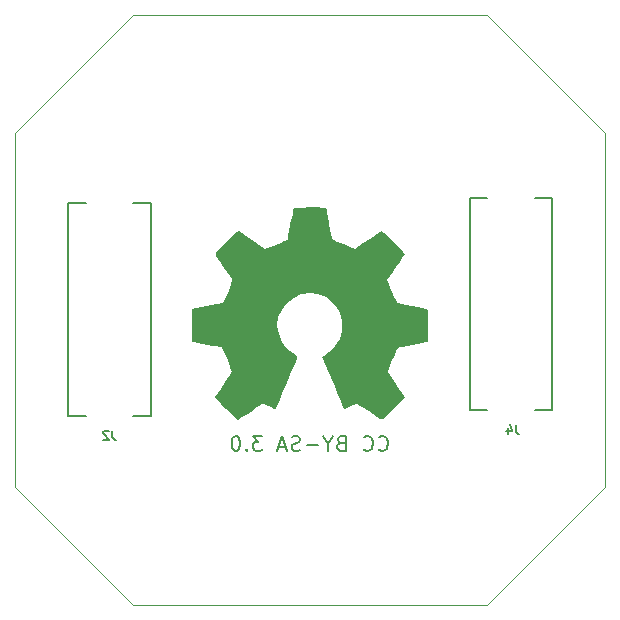
<source format=gbo>
G04 (created by PCBNEW (2013-09-06 BZR 4312)-stable) date L 14 sept  2013 17:28:59 EEST*
%MOIN*%
G04 Gerber Fmt 3.4, Leading zero omitted, Abs format*
%FSLAX34Y34*%
G01*
G70*
G90*
G04 APERTURE LIST*
%ADD10C,0.000787*%
%ADD11C,0.005000*%
%ADD12C,0.001000*%
%ADD13C,0.005906*%
%ADD14C,0.000100*%
G04 APERTURE END LIST*
G54D10*
G54D11*
X51497Y-49928D02*
X51521Y-49952D01*
X51592Y-49976D01*
X51640Y-49976D01*
X51711Y-49952D01*
X51759Y-49904D01*
X51783Y-49857D01*
X51807Y-49761D01*
X51807Y-49690D01*
X51783Y-49595D01*
X51759Y-49547D01*
X51711Y-49500D01*
X51640Y-49476D01*
X51592Y-49476D01*
X51521Y-49500D01*
X51497Y-49523D01*
X50997Y-49928D02*
X51021Y-49952D01*
X51092Y-49976D01*
X51140Y-49976D01*
X51211Y-49952D01*
X51259Y-49904D01*
X51283Y-49857D01*
X51307Y-49761D01*
X51307Y-49690D01*
X51283Y-49595D01*
X51259Y-49547D01*
X51211Y-49500D01*
X51140Y-49476D01*
X51092Y-49476D01*
X51021Y-49500D01*
X50997Y-49523D01*
X50235Y-49714D02*
X50164Y-49738D01*
X50140Y-49761D01*
X50116Y-49809D01*
X50116Y-49880D01*
X50140Y-49928D01*
X50164Y-49952D01*
X50211Y-49976D01*
X50402Y-49976D01*
X50402Y-49476D01*
X50235Y-49476D01*
X50188Y-49500D01*
X50164Y-49523D01*
X50140Y-49571D01*
X50140Y-49619D01*
X50164Y-49666D01*
X50188Y-49690D01*
X50235Y-49714D01*
X50402Y-49714D01*
X49807Y-49738D02*
X49807Y-49976D01*
X49973Y-49476D02*
X49807Y-49738D01*
X49640Y-49476D01*
X49473Y-49785D02*
X49092Y-49785D01*
X48878Y-49952D02*
X48807Y-49976D01*
X48688Y-49976D01*
X48640Y-49952D01*
X48616Y-49928D01*
X48592Y-49880D01*
X48592Y-49833D01*
X48616Y-49785D01*
X48640Y-49761D01*
X48688Y-49738D01*
X48783Y-49714D01*
X48830Y-49690D01*
X48854Y-49666D01*
X48878Y-49619D01*
X48878Y-49571D01*
X48854Y-49523D01*
X48830Y-49500D01*
X48783Y-49476D01*
X48664Y-49476D01*
X48592Y-49500D01*
X48402Y-49833D02*
X48164Y-49833D01*
X48450Y-49976D02*
X48283Y-49476D01*
X48116Y-49976D01*
X47616Y-49476D02*
X47307Y-49476D01*
X47473Y-49666D01*
X47402Y-49666D01*
X47354Y-49690D01*
X47330Y-49714D01*
X47307Y-49761D01*
X47307Y-49880D01*
X47330Y-49928D01*
X47354Y-49952D01*
X47402Y-49976D01*
X47545Y-49976D01*
X47592Y-49952D01*
X47616Y-49928D01*
X47092Y-49928D02*
X47069Y-49952D01*
X47092Y-49976D01*
X47116Y-49952D01*
X47092Y-49928D01*
X47092Y-49976D01*
X46759Y-49476D02*
X46711Y-49476D01*
X46664Y-49500D01*
X46640Y-49523D01*
X46616Y-49571D01*
X46592Y-49666D01*
X46592Y-49785D01*
X46616Y-49880D01*
X46640Y-49928D01*
X46664Y-49952D01*
X46711Y-49976D01*
X46759Y-49976D01*
X46807Y-49952D01*
X46830Y-49928D01*
X46854Y-49880D01*
X46878Y-49785D01*
X46878Y-49666D01*
X46854Y-49571D01*
X46830Y-49523D01*
X46807Y-49500D01*
X46759Y-49476D01*
G54D12*
X55118Y-55118D02*
X43307Y-55118D01*
X59055Y-51181D02*
X55118Y-55118D01*
X59055Y-39370D02*
X59055Y-51181D01*
X55118Y-35433D02*
X59055Y-39370D01*
X43307Y-35433D02*
X55118Y-35433D01*
X39370Y-39370D02*
X43307Y-35433D01*
X39370Y-51181D02*
X39370Y-39370D01*
X43307Y-55118D02*
X39370Y-51181D01*
G54D13*
X41535Y-48818D02*
X41732Y-48818D01*
X41535Y-48818D02*
X41141Y-48818D01*
X41141Y-48818D02*
X41141Y-41732D01*
X41141Y-41732D02*
X41732Y-41732D01*
X43307Y-48818D02*
X43897Y-48818D01*
X43897Y-48818D02*
X43897Y-41732D01*
X43897Y-41732D02*
X43307Y-41732D01*
X56889Y-41535D02*
X56692Y-41535D01*
X56889Y-41535D02*
X57283Y-41535D01*
X57283Y-41535D02*
X57283Y-48622D01*
X57283Y-48622D02*
X56692Y-48622D01*
X55118Y-41535D02*
X54527Y-41535D01*
X54527Y-41535D02*
X54527Y-48622D01*
X54527Y-48622D02*
X55118Y-48622D01*
G54D14*
G36*
X46813Y-48937D02*
X46854Y-48915D01*
X46947Y-48857D01*
X47078Y-48771D01*
X47233Y-48667D01*
X47389Y-48562D01*
X47518Y-48476D01*
X47607Y-48418D01*
X47645Y-48397D01*
X47665Y-48404D01*
X47739Y-48440D01*
X47847Y-48496D01*
X47909Y-48529D01*
X48008Y-48571D01*
X48057Y-48580D01*
X48065Y-48566D01*
X48101Y-48491D01*
X48158Y-48362D01*
X48232Y-48191D01*
X48317Y-47991D01*
X48408Y-47776D01*
X48500Y-47556D01*
X48587Y-47346D01*
X48664Y-47158D01*
X48726Y-47005D01*
X48766Y-46898D01*
X48781Y-46852D01*
X48777Y-46843D01*
X48727Y-46795D01*
X48641Y-46730D01*
X48455Y-46579D01*
X48271Y-46349D01*
X48159Y-46088D01*
X48122Y-45799D01*
X48154Y-45530D01*
X48259Y-45271D01*
X48439Y-45039D01*
X48657Y-44866D01*
X48913Y-44757D01*
X49199Y-44722D01*
X49475Y-44753D01*
X49739Y-44857D01*
X49971Y-45034D01*
X50068Y-45147D01*
X50204Y-45382D01*
X50281Y-45635D01*
X50289Y-45699D01*
X50278Y-45975D01*
X50196Y-46240D01*
X50050Y-46478D01*
X49847Y-46672D01*
X49822Y-46690D01*
X49728Y-46760D01*
X49665Y-46808D01*
X49616Y-46849D01*
X49968Y-47696D01*
X50024Y-47831D01*
X50120Y-48063D01*
X50206Y-48262D01*
X50273Y-48421D01*
X50320Y-48527D01*
X50341Y-48570D01*
X50343Y-48572D01*
X50374Y-48578D01*
X50439Y-48554D01*
X50557Y-48497D01*
X50635Y-48457D01*
X50725Y-48413D01*
X50766Y-48397D01*
X50800Y-48416D01*
X50887Y-48472D01*
X51013Y-48556D01*
X51164Y-48659D01*
X51308Y-48757D01*
X51441Y-48845D01*
X51538Y-48907D01*
X51585Y-48932D01*
X51592Y-48932D01*
X51634Y-48909D01*
X51710Y-48845D01*
X51826Y-48736D01*
X51989Y-48575D01*
X52014Y-48550D01*
X52148Y-48413D01*
X52257Y-48299D01*
X52330Y-48217D01*
X52357Y-48180D01*
X52357Y-48180D01*
X52333Y-48134D01*
X52272Y-48038D01*
X52184Y-47903D01*
X52076Y-47746D01*
X51796Y-47338D01*
X51950Y-46953D01*
X51997Y-46835D01*
X52057Y-46692D01*
X52102Y-46590D01*
X52125Y-46546D01*
X52167Y-46531D01*
X52272Y-46506D01*
X52425Y-46474D01*
X52607Y-46440D01*
X52780Y-46408D01*
X52937Y-46379D01*
X53050Y-46356D01*
X53101Y-46346D01*
X53113Y-46339D01*
X53124Y-46314D01*
X53130Y-46261D01*
X53134Y-46166D01*
X53136Y-46016D01*
X53136Y-45799D01*
X53136Y-45775D01*
X53134Y-45568D01*
X53131Y-45403D01*
X53125Y-45294D01*
X53118Y-45252D01*
X53117Y-45251D01*
X53068Y-45239D01*
X52958Y-45216D01*
X52801Y-45185D01*
X52614Y-45150D01*
X52603Y-45147D01*
X52416Y-45112D01*
X52260Y-45079D01*
X52151Y-45054D01*
X52105Y-45040D01*
X52095Y-45026D01*
X52058Y-44954D01*
X52004Y-44838D01*
X51942Y-44697D01*
X51882Y-44551D01*
X51829Y-44420D01*
X51794Y-44321D01*
X51783Y-44277D01*
X51784Y-44276D01*
X51812Y-44231D01*
X51876Y-44135D01*
X51966Y-44001D01*
X52075Y-43842D01*
X52083Y-43830D01*
X52190Y-43673D01*
X52277Y-43540D01*
X52335Y-43445D01*
X52357Y-43402D01*
X52356Y-43399D01*
X52321Y-43352D01*
X52240Y-43263D01*
X52126Y-43143D01*
X51988Y-43004D01*
X51944Y-42961D01*
X51791Y-42812D01*
X51685Y-42714D01*
X51619Y-42662D01*
X51587Y-42650D01*
X51586Y-42651D01*
X51538Y-42680D01*
X51439Y-42744D01*
X51304Y-42836D01*
X51144Y-42944D01*
X51133Y-42952D01*
X50976Y-43059D01*
X50845Y-43147D01*
X50752Y-43209D01*
X50711Y-43234D01*
X50704Y-43234D01*
X50640Y-43215D01*
X50528Y-43176D01*
X50390Y-43122D01*
X50245Y-43064D01*
X50113Y-43008D01*
X50013Y-42963D01*
X49966Y-42936D01*
X49965Y-42934D01*
X49948Y-42878D01*
X49921Y-42760D01*
X49888Y-42598D01*
X49851Y-42405D01*
X49845Y-42374D01*
X49810Y-42186D01*
X49780Y-42032D01*
X49758Y-41924D01*
X49747Y-41880D01*
X49721Y-41874D01*
X49628Y-41867D01*
X49488Y-41864D01*
X49319Y-41862D01*
X49140Y-41863D01*
X48966Y-41867D01*
X48817Y-41872D01*
X48711Y-41879D01*
X48667Y-41888D01*
X48665Y-41891D01*
X48649Y-41949D01*
X48623Y-42067D01*
X48590Y-42230D01*
X48553Y-42423D01*
X48546Y-42457D01*
X48511Y-42644D01*
X48480Y-42798D01*
X48457Y-42903D01*
X48445Y-42945D01*
X48428Y-42954D01*
X48351Y-42987D01*
X48226Y-43039D01*
X48070Y-43102D01*
X47709Y-43248D01*
X47268Y-42945D01*
X47227Y-42918D01*
X47068Y-42810D01*
X46938Y-42723D01*
X46847Y-42664D01*
X46809Y-42643D01*
X46806Y-42644D01*
X46762Y-42683D01*
X46675Y-42765D01*
X46555Y-42881D01*
X46416Y-43020D01*
X46313Y-43123D01*
X46191Y-43247D01*
X46114Y-43330D01*
X46072Y-43384D01*
X46057Y-43416D01*
X46061Y-43438D01*
X46089Y-43483D01*
X46154Y-43580D01*
X46245Y-43714D01*
X46353Y-43870D01*
X46441Y-44001D01*
X46537Y-44149D01*
X46600Y-44255D01*
X46621Y-44307D01*
X46616Y-44328D01*
X46585Y-44415D01*
X46532Y-44546D01*
X46466Y-44701D01*
X46312Y-45051D01*
X46083Y-45095D01*
X45944Y-45122D01*
X45750Y-45159D01*
X45564Y-45195D01*
X45273Y-45251D01*
X45263Y-46319D01*
X45308Y-46338D01*
X45351Y-46350D01*
X45459Y-46374D01*
X45612Y-46404D01*
X45793Y-46439D01*
X45948Y-46467D01*
X46103Y-46497D01*
X46215Y-46518D01*
X46264Y-46529D01*
X46277Y-46546D01*
X46316Y-46621D01*
X46371Y-46741D01*
X46433Y-46885D01*
X46495Y-47034D01*
X46550Y-47172D01*
X46588Y-47277D01*
X46603Y-47331D01*
X46581Y-47372D01*
X46523Y-47464D01*
X46437Y-47594D01*
X46331Y-47749D01*
X46225Y-47903D01*
X46136Y-48035D01*
X46074Y-48130D01*
X46048Y-48174D01*
X46061Y-48203D01*
X46123Y-48278D01*
X46239Y-48399D01*
X46413Y-48571D01*
X46441Y-48598D01*
X46579Y-48731D01*
X46696Y-48838D01*
X46777Y-48911D01*
X46813Y-48937D01*
X46813Y-48937D01*
G37*
G54D11*
X42620Y-49303D02*
X42620Y-49518D01*
X42634Y-49560D01*
X42662Y-49589D01*
X42705Y-49603D01*
X42734Y-49603D01*
X42491Y-49332D02*
X42477Y-49318D01*
X42448Y-49303D01*
X42377Y-49303D01*
X42348Y-49318D01*
X42334Y-49332D01*
X42320Y-49360D01*
X42320Y-49389D01*
X42334Y-49432D01*
X42505Y-49603D01*
X42320Y-49603D01*
X56070Y-49103D02*
X56070Y-49318D01*
X56084Y-49360D01*
X56112Y-49389D01*
X56155Y-49403D01*
X56184Y-49403D01*
X55798Y-49203D02*
X55798Y-49403D01*
X55870Y-49089D02*
X55941Y-49303D01*
X55755Y-49303D01*
M02*

</source>
